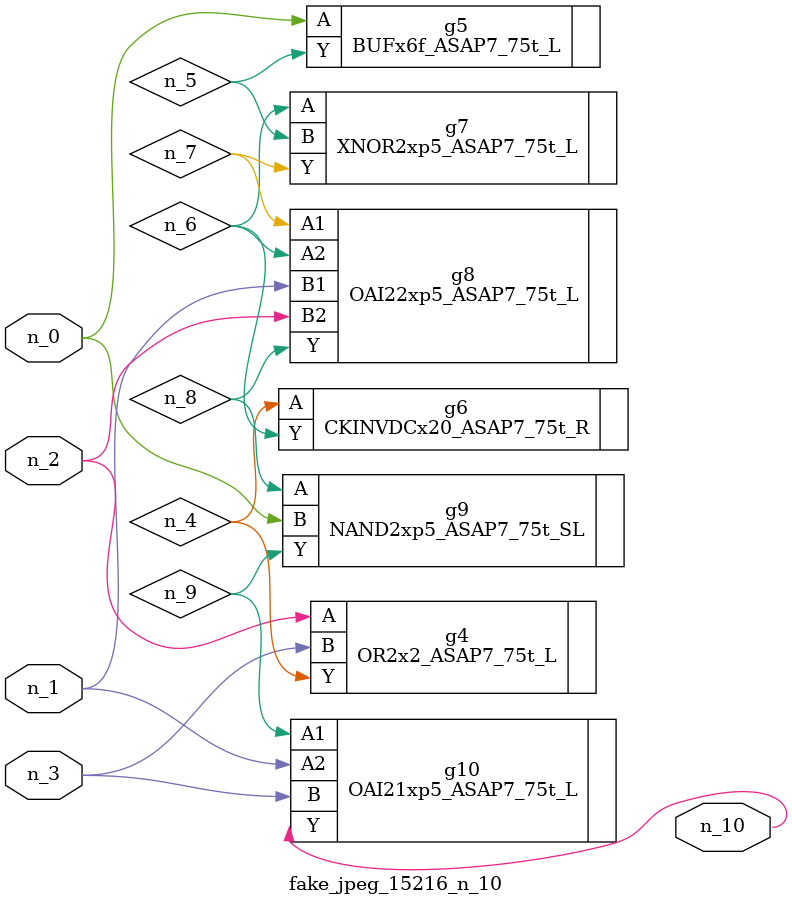
<source format=v>
module fake_jpeg_15216_n_10 (n_0, n_3, n_2, n_1, n_10);

input n_0;
input n_3;
input n_2;
input n_1;

output n_10;

wire n_4;
wire n_8;
wire n_9;
wire n_6;
wire n_5;
wire n_7;

OR2x2_ASAP7_75t_L g4 ( 
.A(n_2),
.B(n_3),
.Y(n_4)
);

BUFx6f_ASAP7_75t_L g5 ( 
.A(n_0),
.Y(n_5)
);

CKINVDCx20_ASAP7_75t_R g6 ( 
.A(n_4),
.Y(n_6)
);

XNOR2xp5_ASAP7_75t_L g7 ( 
.A(n_6),
.B(n_5),
.Y(n_7)
);

OAI22xp5_ASAP7_75t_L g8 ( 
.A1(n_7),
.A2(n_6),
.B1(n_1),
.B2(n_2),
.Y(n_8)
);

NAND2xp5_ASAP7_75t_SL g9 ( 
.A(n_8),
.B(n_0),
.Y(n_9)
);

OAI21xp5_ASAP7_75t_L g10 ( 
.A1(n_9),
.A2(n_1),
.B(n_3),
.Y(n_10)
);


endmodule
</source>
